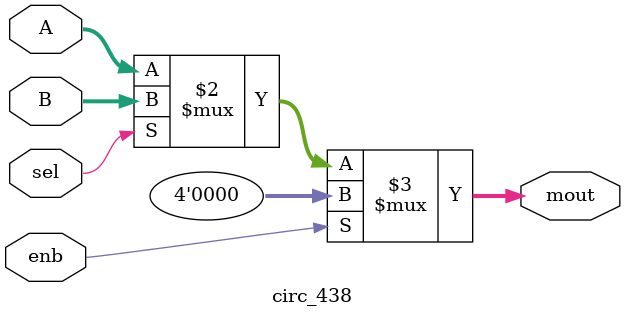
<source format=v>

module circ_438(
    output [3:0] mout

    ,input enb
    ,input sel
    ,input [3:0] A
    ,input [3:0] B
    );

    assign mout = enb ? 4'b0000 : (~sel ? A : B); 
endmodule

</source>
